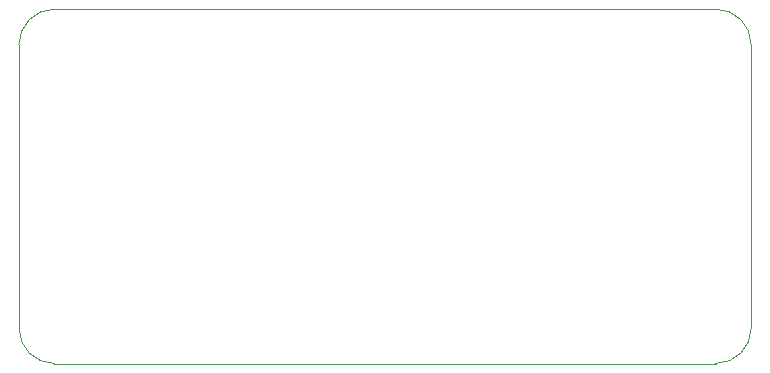
<source format=gbr>
%TF.GenerationSoftware,KiCad,Pcbnew,7.0.10-7.0.10~ubuntu20.04.1*%
%TF.CreationDate,2024-10-07T18:01:58+02:00*%
%TF.ProjectId,powerplay,706f7765-7270-46c6-9179-2e6b69636164,rev?*%
%TF.SameCoordinates,Original*%
%TF.FileFunction,Profile,NP*%
%FSLAX46Y46*%
G04 Gerber Fmt 4.6, Leading zero omitted, Abs format (unit mm)*
G04 Created by KiCad (PCBNEW 7.0.10-7.0.10~ubuntu20.04.1) date 2024-10-07 18:01:58*
%MOMM*%
%LPD*%
G01*
G04 APERTURE LIST*
%TA.AperFunction,Profile*%
%ADD10C,0.100000*%
%TD*%
G04 APERTURE END LIST*
D10*
X124000000Y-94000000D02*
G75*
G03*
X127000000Y-97000000I3000000J0D01*
G01*
X127000000Y-67000000D02*
G75*
G03*
X124000000Y-70000000I0J-3000000D01*
G01*
X186000000Y-70000000D02*
G75*
G03*
X183000000Y-67000000I-3000000J0D01*
G01*
X183000000Y-97000000D02*
X127000000Y-97000000D01*
X127000000Y-67000000D02*
X183000000Y-67000000D01*
X183000000Y-97000000D02*
G75*
G03*
X186000000Y-94000000I0J3000000D01*
G01*
X186000000Y-70000000D02*
X186000000Y-94000000D01*
X124000000Y-94000000D02*
X124000000Y-70000000D01*
M02*

</source>
